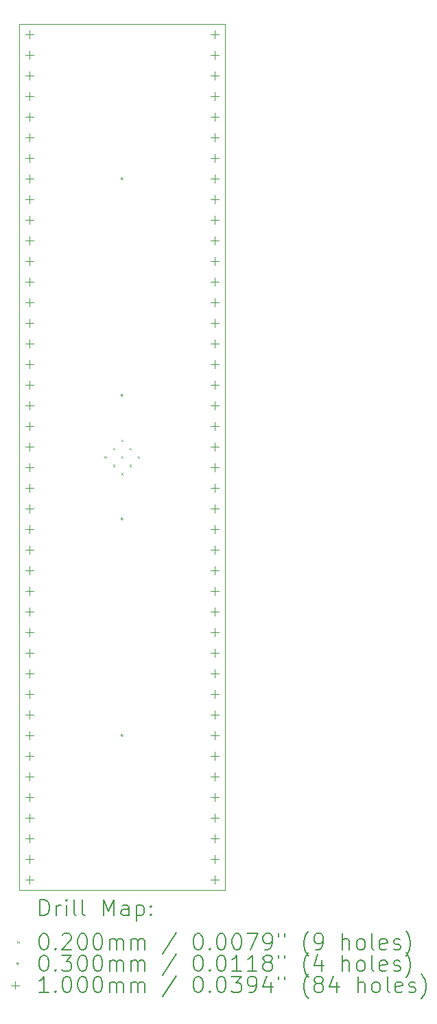
<source format=gbr>
%TF.GenerationSoftware,KiCad,Pcbnew,9.0.6*%
%TF.CreationDate,2026-01-07T12:33:42-06:00*%
%TF.ProjectId,QFN-80_10x10_P0.4,51464e2d-3830-45f3-9130-7831305f5030,rev?*%
%TF.SameCoordinates,Original*%
%TF.FileFunction,Drillmap*%
%TF.FilePolarity,Positive*%
%FSLAX45Y45*%
G04 Gerber Fmt 4.5, Leading zero omitted, Abs format (unit mm)*
G04 Created by KiCad (PCBNEW 9.0.6) date 2026-01-07 12:33:42*
%MOMM*%
%LPD*%
G01*
G04 APERTURE LIST*
%ADD10C,0.050000*%
%ADD11C,0.200000*%
%ADD12C,0.100000*%
G04 APERTURE END LIST*
D10*
X12573000Y-7493000D02*
X15113000Y-7493000D01*
X15113000Y-18161000D01*
X12573000Y-18161000D01*
X12573000Y-7493000D01*
D11*
D12*
X13627939Y-12817000D02*
X13647939Y-12837000D01*
X13647939Y-12817000D02*
X13627939Y-12837000D01*
X13730469Y-12714469D02*
X13750469Y-12734469D01*
X13750469Y-12714469D02*
X13730469Y-12734469D01*
X13730469Y-12919530D02*
X13750469Y-12939530D01*
X13750469Y-12919530D02*
X13730469Y-12939530D01*
X13833000Y-12611939D02*
X13853000Y-12631939D01*
X13853000Y-12611939D02*
X13833000Y-12631939D01*
X13833000Y-12817000D02*
X13853000Y-12837000D01*
X13853000Y-12817000D02*
X13833000Y-12837000D01*
X13833000Y-13022061D02*
X13853000Y-13042061D01*
X13853000Y-13022061D02*
X13833000Y-13042061D01*
X13935530Y-12714469D02*
X13955530Y-12734469D01*
X13955530Y-12714469D02*
X13935530Y-12734469D01*
X13935530Y-12919530D02*
X13955530Y-12939530D01*
X13955530Y-12919530D02*
X13935530Y-12939530D01*
X14038061Y-12817000D02*
X14058061Y-12837000D01*
X14058061Y-12817000D02*
X14038061Y-12837000D01*
X13858000Y-9398000D02*
G75*
G02*
X13828000Y-9398000I-15000J0D01*
G01*
X13828000Y-9398000D02*
G75*
G02*
X13858000Y-9398000I15000J0D01*
G01*
X13858000Y-12065000D02*
G75*
G02*
X13828000Y-12065000I-15000J0D01*
G01*
X13828000Y-12065000D02*
G75*
G02*
X13858000Y-12065000I15000J0D01*
G01*
X13858000Y-13589000D02*
G75*
G02*
X13828000Y-13589000I-15000J0D01*
G01*
X13828000Y-13589000D02*
G75*
G02*
X13858000Y-13589000I15000J0D01*
G01*
X13858000Y-16256000D02*
G75*
G02*
X13828000Y-16256000I-15000J0D01*
G01*
X13828000Y-16256000D02*
G75*
G02*
X13858000Y-16256000I15000J0D01*
G01*
X12700000Y-7570000D02*
X12700000Y-7670000D01*
X12650000Y-7620000D02*
X12750000Y-7620000D01*
X12700000Y-7824000D02*
X12700000Y-7924000D01*
X12650000Y-7874000D02*
X12750000Y-7874000D01*
X12700000Y-8078000D02*
X12700000Y-8178000D01*
X12650000Y-8128000D02*
X12750000Y-8128000D01*
X12700000Y-8332000D02*
X12700000Y-8432000D01*
X12650000Y-8382000D02*
X12750000Y-8382000D01*
X12700000Y-8586000D02*
X12700000Y-8686000D01*
X12650000Y-8636000D02*
X12750000Y-8636000D01*
X12700000Y-8840000D02*
X12700000Y-8940000D01*
X12650000Y-8890000D02*
X12750000Y-8890000D01*
X12700000Y-9094000D02*
X12700000Y-9194000D01*
X12650000Y-9144000D02*
X12750000Y-9144000D01*
X12700000Y-9348000D02*
X12700000Y-9448000D01*
X12650000Y-9398000D02*
X12750000Y-9398000D01*
X12700000Y-9602000D02*
X12700000Y-9702000D01*
X12650000Y-9652000D02*
X12750000Y-9652000D01*
X12700000Y-9856000D02*
X12700000Y-9956000D01*
X12650000Y-9906000D02*
X12750000Y-9906000D01*
X12700000Y-10110000D02*
X12700000Y-10210000D01*
X12650000Y-10160000D02*
X12750000Y-10160000D01*
X12700000Y-10364000D02*
X12700000Y-10464000D01*
X12650000Y-10414000D02*
X12750000Y-10414000D01*
X12700000Y-10618000D02*
X12700000Y-10718000D01*
X12650000Y-10668000D02*
X12750000Y-10668000D01*
X12700000Y-10872000D02*
X12700000Y-10972000D01*
X12650000Y-10922000D02*
X12750000Y-10922000D01*
X12700000Y-11126000D02*
X12700000Y-11226000D01*
X12650000Y-11176000D02*
X12750000Y-11176000D01*
X12700000Y-11380000D02*
X12700000Y-11480000D01*
X12650000Y-11430000D02*
X12750000Y-11430000D01*
X12700000Y-11634000D02*
X12700000Y-11734000D01*
X12650000Y-11684000D02*
X12750000Y-11684000D01*
X12700000Y-11888000D02*
X12700000Y-11988000D01*
X12650000Y-11938000D02*
X12750000Y-11938000D01*
X12700000Y-12142000D02*
X12700000Y-12242000D01*
X12650000Y-12192000D02*
X12750000Y-12192000D01*
X12700000Y-12396000D02*
X12700000Y-12496000D01*
X12650000Y-12446000D02*
X12750000Y-12446000D01*
X12700000Y-12650000D02*
X12700000Y-12750000D01*
X12650000Y-12700000D02*
X12750000Y-12700000D01*
X12700000Y-12904000D02*
X12700000Y-13004000D01*
X12650000Y-12954000D02*
X12750000Y-12954000D01*
X12700000Y-13158000D02*
X12700000Y-13258000D01*
X12650000Y-13208000D02*
X12750000Y-13208000D01*
X12700000Y-13412000D02*
X12700000Y-13512000D01*
X12650000Y-13462000D02*
X12750000Y-13462000D01*
X12700000Y-13666000D02*
X12700000Y-13766000D01*
X12650000Y-13716000D02*
X12750000Y-13716000D01*
X12700000Y-13920000D02*
X12700000Y-14020000D01*
X12650000Y-13970000D02*
X12750000Y-13970000D01*
X12700000Y-14174000D02*
X12700000Y-14274000D01*
X12650000Y-14224000D02*
X12750000Y-14224000D01*
X12700000Y-14428000D02*
X12700000Y-14528000D01*
X12650000Y-14478000D02*
X12750000Y-14478000D01*
X12700000Y-14682000D02*
X12700000Y-14782000D01*
X12650000Y-14732000D02*
X12750000Y-14732000D01*
X12700000Y-14936000D02*
X12700000Y-15036000D01*
X12650000Y-14986000D02*
X12750000Y-14986000D01*
X12700000Y-15190000D02*
X12700000Y-15290000D01*
X12650000Y-15240000D02*
X12750000Y-15240000D01*
X12700000Y-15444000D02*
X12700000Y-15544000D01*
X12650000Y-15494000D02*
X12750000Y-15494000D01*
X12700000Y-15698000D02*
X12700000Y-15798000D01*
X12650000Y-15748000D02*
X12750000Y-15748000D01*
X12700000Y-15952000D02*
X12700000Y-16052000D01*
X12650000Y-16002000D02*
X12750000Y-16002000D01*
X12700000Y-16206000D02*
X12700000Y-16306000D01*
X12650000Y-16256000D02*
X12750000Y-16256000D01*
X12700000Y-16460000D02*
X12700000Y-16560000D01*
X12650000Y-16510000D02*
X12750000Y-16510000D01*
X12700000Y-16714000D02*
X12700000Y-16814000D01*
X12650000Y-16764000D02*
X12750000Y-16764000D01*
X12700000Y-16968000D02*
X12700000Y-17068000D01*
X12650000Y-17018000D02*
X12750000Y-17018000D01*
X12700000Y-17222000D02*
X12700000Y-17322000D01*
X12650000Y-17272000D02*
X12750000Y-17272000D01*
X12700000Y-17476000D02*
X12700000Y-17576000D01*
X12650000Y-17526000D02*
X12750000Y-17526000D01*
X12700000Y-17730000D02*
X12700000Y-17830000D01*
X12650000Y-17780000D02*
X12750000Y-17780000D01*
X12700000Y-17984000D02*
X12700000Y-18084000D01*
X12650000Y-18034000D02*
X12750000Y-18034000D01*
X14986000Y-7570000D02*
X14986000Y-7670000D01*
X14936000Y-7620000D02*
X15036000Y-7620000D01*
X14986000Y-7824000D02*
X14986000Y-7924000D01*
X14936000Y-7874000D02*
X15036000Y-7874000D01*
X14986000Y-8078000D02*
X14986000Y-8178000D01*
X14936000Y-8128000D02*
X15036000Y-8128000D01*
X14986000Y-8332000D02*
X14986000Y-8432000D01*
X14936000Y-8382000D02*
X15036000Y-8382000D01*
X14986000Y-8586000D02*
X14986000Y-8686000D01*
X14936000Y-8636000D02*
X15036000Y-8636000D01*
X14986000Y-8840000D02*
X14986000Y-8940000D01*
X14936000Y-8890000D02*
X15036000Y-8890000D01*
X14986000Y-9094000D02*
X14986000Y-9194000D01*
X14936000Y-9144000D02*
X15036000Y-9144000D01*
X14986000Y-9348000D02*
X14986000Y-9448000D01*
X14936000Y-9398000D02*
X15036000Y-9398000D01*
X14986000Y-9602000D02*
X14986000Y-9702000D01*
X14936000Y-9652000D02*
X15036000Y-9652000D01*
X14986000Y-9856000D02*
X14986000Y-9956000D01*
X14936000Y-9906000D02*
X15036000Y-9906000D01*
X14986000Y-10110000D02*
X14986000Y-10210000D01*
X14936000Y-10160000D02*
X15036000Y-10160000D01*
X14986000Y-10364000D02*
X14986000Y-10464000D01*
X14936000Y-10414000D02*
X15036000Y-10414000D01*
X14986000Y-10618000D02*
X14986000Y-10718000D01*
X14936000Y-10668000D02*
X15036000Y-10668000D01*
X14986000Y-10872000D02*
X14986000Y-10972000D01*
X14936000Y-10922000D02*
X15036000Y-10922000D01*
X14986000Y-11126000D02*
X14986000Y-11226000D01*
X14936000Y-11176000D02*
X15036000Y-11176000D01*
X14986000Y-11380000D02*
X14986000Y-11480000D01*
X14936000Y-11430000D02*
X15036000Y-11430000D01*
X14986000Y-11634000D02*
X14986000Y-11734000D01*
X14936000Y-11684000D02*
X15036000Y-11684000D01*
X14986000Y-11888000D02*
X14986000Y-11988000D01*
X14936000Y-11938000D02*
X15036000Y-11938000D01*
X14986000Y-12142000D02*
X14986000Y-12242000D01*
X14936000Y-12192000D02*
X15036000Y-12192000D01*
X14986000Y-12396000D02*
X14986000Y-12496000D01*
X14936000Y-12446000D02*
X15036000Y-12446000D01*
X14986000Y-12650000D02*
X14986000Y-12750000D01*
X14936000Y-12700000D02*
X15036000Y-12700000D01*
X14986000Y-12904000D02*
X14986000Y-13004000D01*
X14936000Y-12954000D02*
X15036000Y-12954000D01*
X14986000Y-13158000D02*
X14986000Y-13258000D01*
X14936000Y-13208000D02*
X15036000Y-13208000D01*
X14986000Y-13412000D02*
X14986000Y-13512000D01*
X14936000Y-13462000D02*
X15036000Y-13462000D01*
X14986000Y-13666000D02*
X14986000Y-13766000D01*
X14936000Y-13716000D02*
X15036000Y-13716000D01*
X14986000Y-13920000D02*
X14986000Y-14020000D01*
X14936000Y-13970000D02*
X15036000Y-13970000D01*
X14986000Y-14174000D02*
X14986000Y-14274000D01*
X14936000Y-14224000D02*
X15036000Y-14224000D01*
X14986000Y-14428000D02*
X14986000Y-14528000D01*
X14936000Y-14478000D02*
X15036000Y-14478000D01*
X14986000Y-14682000D02*
X14986000Y-14782000D01*
X14936000Y-14732000D02*
X15036000Y-14732000D01*
X14986000Y-14936000D02*
X14986000Y-15036000D01*
X14936000Y-14986000D02*
X15036000Y-14986000D01*
X14986000Y-15190000D02*
X14986000Y-15290000D01*
X14936000Y-15240000D02*
X15036000Y-15240000D01*
X14986000Y-15444000D02*
X14986000Y-15544000D01*
X14936000Y-15494000D02*
X15036000Y-15494000D01*
X14986000Y-15698000D02*
X14986000Y-15798000D01*
X14936000Y-15748000D02*
X15036000Y-15748000D01*
X14986000Y-15952000D02*
X14986000Y-16052000D01*
X14936000Y-16002000D02*
X15036000Y-16002000D01*
X14986000Y-16206000D02*
X14986000Y-16306000D01*
X14936000Y-16256000D02*
X15036000Y-16256000D01*
X14986000Y-16460000D02*
X14986000Y-16560000D01*
X14936000Y-16510000D02*
X15036000Y-16510000D01*
X14986000Y-16714000D02*
X14986000Y-16814000D01*
X14936000Y-16764000D02*
X15036000Y-16764000D01*
X14986000Y-16968000D02*
X14986000Y-17068000D01*
X14936000Y-17018000D02*
X15036000Y-17018000D01*
X14986000Y-17222000D02*
X14986000Y-17322000D01*
X14936000Y-17272000D02*
X15036000Y-17272000D01*
X14986000Y-17476000D02*
X14986000Y-17576000D01*
X14936000Y-17526000D02*
X15036000Y-17526000D01*
X14986000Y-17730000D02*
X14986000Y-17830000D01*
X14936000Y-17780000D02*
X15036000Y-17780000D01*
X14986000Y-17984000D02*
X14986000Y-18084000D01*
X14936000Y-18034000D02*
X15036000Y-18034000D01*
D11*
X12831277Y-18474984D02*
X12831277Y-18274984D01*
X12831277Y-18274984D02*
X12878896Y-18274984D01*
X12878896Y-18274984D02*
X12907467Y-18284508D01*
X12907467Y-18284508D02*
X12926515Y-18303555D01*
X12926515Y-18303555D02*
X12936039Y-18322603D01*
X12936039Y-18322603D02*
X12945562Y-18360698D01*
X12945562Y-18360698D02*
X12945562Y-18389270D01*
X12945562Y-18389270D02*
X12936039Y-18427365D01*
X12936039Y-18427365D02*
X12926515Y-18446412D01*
X12926515Y-18446412D02*
X12907467Y-18465460D01*
X12907467Y-18465460D02*
X12878896Y-18474984D01*
X12878896Y-18474984D02*
X12831277Y-18474984D01*
X13031277Y-18474984D02*
X13031277Y-18341650D01*
X13031277Y-18379746D02*
X13040801Y-18360698D01*
X13040801Y-18360698D02*
X13050324Y-18351174D01*
X13050324Y-18351174D02*
X13069372Y-18341650D01*
X13069372Y-18341650D02*
X13088420Y-18341650D01*
X13155086Y-18474984D02*
X13155086Y-18341650D01*
X13155086Y-18274984D02*
X13145562Y-18284508D01*
X13145562Y-18284508D02*
X13155086Y-18294031D01*
X13155086Y-18294031D02*
X13164610Y-18284508D01*
X13164610Y-18284508D02*
X13155086Y-18274984D01*
X13155086Y-18274984D02*
X13155086Y-18294031D01*
X13278896Y-18474984D02*
X13259848Y-18465460D01*
X13259848Y-18465460D02*
X13250324Y-18446412D01*
X13250324Y-18446412D02*
X13250324Y-18274984D01*
X13383658Y-18474984D02*
X13364610Y-18465460D01*
X13364610Y-18465460D02*
X13355086Y-18446412D01*
X13355086Y-18446412D02*
X13355086Y-18274984D01*
X13612229Y-18474984D02*
X13612229Y-18274984D01*
X13612229Y-18274984D02*
X13678896Y-18417841D01*
X13678896Y-18417841D02*
X13745562Y-18274984D01*
X13745562Y-18274984D02*
X13745562Y-18474984D01*
X13926515Y-18474984D02*
X13926515Y-18370222D01*
X13926515Y-18370222D02*
X13916991Y-18351174D01*
X13916991Y-18351174D02*
X13897943Y-18341650D01*
X13897943Y-18341650D02*
X13859848Y-18341650D01*
X13859848Y-18341650D02*
X13840801Y-18351174D01*
X13926515Y-18465460D02*
X13907467Y-18474984D01*
X13907467Y-18474984D02*
X13859848Y-18474984D01*
X13859848Y-18474984D02*
X13840801Y-18465460D01*
X13840801Y-18465460D02*
X13831277Y-18446412D01*
X13831277Y-18446412D02*
X13831277Y-18427365D01*
X13831277Y-18427365D02*
X13840801Y-18408317D01*
X13840801Y-18408317D02*
X13859848Y-18398793D01*
X13859848Y-18398793D02*
X13907467Y-18398793D01*
X13907467Y-18398793D02*
X13926515Y-18389270D01*
X14021753Y-18341650D02*
X14021753Y-18541650D01*
X14021753Y-18351174D02*
X14040801Y-18341650D01*
X14040801Y-18341650D02*
X14078896Y-18341650D01*
X14078896Y-18341650D02*
X14097943Y-18351174D01*
X14097943Y-18351174D02*
X14107467Y-18360698D01*
X14107467Y-18360698D02*
X14116991Y-18379746D01*
X14116991Y-18379746D02*
X14116991Y-18436889D01*
X14116991Y-18436889D02*
X14107467Y-18455936D01*
X14107467Y-18455936D02*
X14097943Y-18465460D01*
X14097943Y-18465460D02*
X14078896Y-18474984D01*
X14078896Y-18474984D02*
X14040801Y-18474984D01*
X14040801Y-18474984D02*
X14021753Y-18465460D01*
X14202705Y-18455936D02*
X14212229Y-18465460D01*
X14212229Y-18465460D02*
X14202705Y-18474984D01*
X14202705Y-18474984D02*
X14193182Y-18465460D01*
X14193182Y-18465460D02*
X14202705Y-18455936D01*
X14202705Y-18455936D02*
X14202705Y-18474984D01*
X14202705Y-18351174D02*
X14212229Y-18360698D01*
X14212229Y-18360698D02*
X14202705Y-18370222D01*
X14202705Y-18370222D02*
X14193182Y-18360698D01*
X14193182Y-18360698D02*
X14202705Y-18351174D01*
X14202705Y-18351174D02*
X14202705Y-18370222D01*
D12*
X12550500Y-18793500D02*
X12570500Y-18813500D01*
X12570500Y-18793500D02*
X12550500Y-18813500D01*
D11*
X12869372Y-18694984D02*
X12888420Y-18694984D01*
X12888420Y-18694984D02*
X12907467Y-18704508D01*
X12907467Y-18704508D02*
X12916991Y-18714031D01*
X12916991Y-18714031D02*
X12926515Y-18733079D01*
X12926515Y-18733079D02*
X12936039Y-18771174D01*
X12936039Y-18771174D02*
X12936039Y-18818793D01*
X12936039Y-18818793D02*
X12926515Y-18856889D01*
X12926515Y-18856889D02*
X12916991Y-18875936D01*
X12916991Y-18875936D02*
X12907467Y-18885460D01*
X12907467Y-18885460D02*
X12888420Y-18894984D01*
X12888420Y-18894984D02*
X12869372Y-18894984D01*
X12869372Y-18894984D02*
X12850324Y-18885460D01*
X12850324Y-18885460D02*
X12840801Y-18875936D01*
X12840801Y-18875936D02*
X12831277Y-18856889D01*
X12831277Y-18856889D02*
X12821753Y-18818793D01*
X12821753Y-18818793D02*
X12821753Y-18771174D01*
X12821753Y-18771174D02*
X12831277Y-18733079D01*
X12831277Y-18733079D02*
X12840801Y-18714031D01*
X12840801Y-18714031D02*
X12850324Y-18704508D01*
X12850324Y-18704508D02*
X12869372Y-18694984D01*
X13021753Y-18875936D02*
X13031277Y-18885460D01*
X13031277Y-18885460D02*
X13021753Y-18894984D01*
X13021753Y-18894984D02*
X13012229Y-18885460D01*
X13012229Y-18885460D02*
X13021753Y-18875936D01*
X13021753Y-18875936D02*
X13021753Y-18894984D01*
X13107467Y-18714031D02*
X13116991Y-18704508D01*
X13116991Y-18704508D02*
X13136039Y-18694984D01*
X13136039Y-18694984D02*
X13183658Y-18694984D01*
X13183658Y-18694984D02*
X13202705Y-18704508D01*
X13202705Y-18704508D02*
X13212229Y-18714031D01*
X13212229Y-18714031D02*
X13221753Y-18733079D01*
X13221753Y-18733079D02*
X13221753Y-18752127D01*
X13221753Y-18752127D02*
X13212229Y-18780698D01*
X13212229Y-18780698D02*
X13097943Y-18894984D01*
X13097943Y-18894984D02*
X13221753Y-18894984D01*
X13345562Y-18694984D02*
X13364610Y-18694984D01*
X13364610Y-18694984D02*
X13383658Y-18704508D01*
X13383658Y-18704508D02*
X13393182Y-18714031D01*
X13393182Y-18714031D02*
X13402705Y-18733079D01*
X13402705Y-18733079D02*
X13412229Y-18771174D01*
X13412229Y-18771174D02*
X13412229Y-18818793D01*
X13412229Y-18818793D02*
X13402705Y-18856889D01*
X13402705Y-18856889D02*
X13393182Y-18875936D01*
X13393182Y-18875936D02*
X13383658Y-18885460D01*
X13383658Y-18885460D02*
X13364610Y-18894984D01*
X13364610Y-18894984D02*
X13345562Y-18894984D01*
X13345562Y-18894984D02*
X13326515Y-18885460D01*
X13326515Y-18885460D02*
X13316991Y-18875936D01*
X13316991Y-18875936D02*
X13307467Y-18856889D01*
X13307467Y-18856889D02*
X13297943Y-18818793D01*
X13297943Y-18818793D02*
X13297943Y-18771174D01*
X13297943Y-18771174D02*
X13307467Y-18733079D01*
X13307467Y-18733079D02*
X13316991Y-18714031D01*
X13316991Y-18714031D02*
X13326515Y-18704508D01*
X13326515Y-18704508D02*
X13345562Y-18694984D01*
X13536039Y-18694984D02*
X13555086Y-18694984D01*
X13555086Y-18694984D02*
X13574134Y-18704508D01*
X13574134Y-18704508D02*
X13583658Y-18714031D01*
X13583658Y-18714031D02*
X13593182Y-18733079D01*
X13593182Y-18733079D02*
X13602705Y-18771174D01*
X13602705Y-18771174D02*
X13602705Y-18818793D01*
X13602705Y-18818793D02*
X13593182Y-18856889D01*
X13593182Y-18856889D02*
X13583658Y-18875936D01*
X13583658Y-18875936D02*
X13574134Y-18885460D01*
X13574134Y-18885460D02*
X13555086Y-18894984D01*
X13555086Y-18894984D02*
X13536039Y-18894984D01*
X13536039Y-18894984D02*
X13516991Y-18885460D01*
X13516991Y-18885460D02*
X13507467Y-18875936D01*
X13507467Y-18875936D02*
X13497943Y-18856889D01*
X13497943Y-18856889D02*
X13488420Y-18818793D01*
X13488420Y-18818793D02*
X13488420Y-18771174D01*
X13488420Y-18771174D02*
X13497943Y-18733079D01*
X13497943Y-18733079D02*
X13507467Y-18714031D01*
X13507467Y-18714031D02*
X13516991Y-18704508D01*
X13516991Y-18704508D02*
X13536039Y-18694984D01*
X13688420Y-18894984D02*
X13688420Y-18761650D01*
X13688420Y-18780698D02*
X13697943Y-18771174D01*
X13697943Y-18771174D02*
X13716991Y-18761650D01*
X13716991Y-18761650D02*
X13745563Y-18761650D01*
X13745563Y-18761650D02*
X13764610Y-18771174D01*
X13764610Y-18771174D02*
X13774134Y-18790222D01*
X13774134Y-18790222D02*
X13774134Y-18894984D01*
X13774134Y-18790222D02*
X13783658Y-18771174D01*
X13783658Y-18771174D02*
X13802705Y-18761650D01*
X13802705Y-18761650D02*
X13831277Y-18761650D01*
X13831277Y-18761650D02*
X13850324Y-18771174D01*
X13850324Y-18771174D02*
X13859848Y-18790222D01*
X13859848Y-18790222D02*
X13859848Y-18894984D01*
X13955086Y-18894984D02*
X13955086Y-18761650D01*
X13955086Y-18780698D02*
X13964610Y-18771174D01*
X13964610Y-18771174D02*
X13983658Y-18761650D01*
X13983658Y-18761650D02*
X14012229Y-18761650D01*
X14012229Y-18761650D02*
X14031277Y-18771174D01*
X14031277Y-18771174D02*
X14040801Y-18790222D01*
X14040801Y-18790222D02*
X14040801Y-18894984D01*
X14040801Y-18790222D02*
X14050324Y-18771174D01*
X14050324Y-18771174D02*
X14069372Y-18761650D01*
X14069372Y-18761650D02*
X14097943Y-18761650D01*
X14097943Y-18761650D02*
X14116991Y-18771174D01*
X14116991Y-18771174D02*
X14126515Y-18790222D01*
X14126515Y-18790222D02*
X14126515Y-18894984D01*
X14516991Y-18685460D02*
X14345563Y-18942603D01*
X14774134Y-18694984D02*
X14793182Y-18694984D01*
X14793182Y-18694984D02*
X14812229Y-18704508D01*
X14812229Y-18704508D02*
X14821753Y-18714031D01*
X14821753Y-18714031D02*
X14831277Y-18733079D01*
X14831277Y-18733079D02*
X14840801Y-18771174D01*
X14840801Y-18771174D02*
X14840801Y-18818793D01*
X14840801Y-18818793D02*
X14831277Y-18856889D01*
X14831277Y-18856889D02*
X14821753Y-18875936D01*
X14821753Y-18875936D02*
X14812229Y-18885460D01*
X14812229Y-18885460D02*
X14793182Y-18894984D01*
X14793182Y-18894984D02*
X14774134Y-18894984D01*
X14774134Y-18894984D02*
X14755086Y-18885460D01*
X14755086Y-18885460D02*
X14745563Y-18875936D01*
X14745563Y-18875936D02*
X14736039Y-18856889D01*
X14736039Y-18856889D02*
X14726515Y-18818793D01*
X14726515Y-18818793D02*
X14726515Y-18771174D01*
X14726515Y-18771174D02*
X14736039Y-18733079D01*
X14736039Y-18733079D02*
X14745563Y-18714031D01*
X14745563Y-18714031D02*
X14755086Y-18704508D01*
X14755086Y-18704508D02*
X14774134Y-18694984D01*
X14926515Y-18875936D02*
X14936039Y-18885460D01*
X14936039Y-18885460D02*
X14926515Y-18894984D01*
X14926515Y-18894984D02*
X14916991Y-18885460D01*
X14916991Y-18885460D02*
X14926515Y-18875936D01*
X14926515Y-18875936D02*
X14926515Y-18894984D01*
X15059848Y-18694984D02*
X15078896Y-18694984D01*
X15078896Y-18694984D02*
X15097944Y-18704508D01*
X15097944Y-18704508D02*
X15107467Y-18714031D01*
X15107467Y-18714031D02*
X15116991Y-18733079D01*
X15116991Y-18733079D02*
X15126515Y-18771174D01*
X15126515Y-18771174D02*
X15126515Y-18818793D01*
X15126515Y-18818793D02*
X15116991Y-18856889D01*
X15116991Y-18856889D02*
X15107467Y-18875936D01*
X15107467Y-18875936D02*
X15097944Y-18885460D01*
X15097944Y-18885460D02*
X15078896Y-18894984D01*
X15078896Y-18894984D02*
X15059848Y-18894984D01*
X15059848Y-18894984D02*
X15040801Y-18885460D01*
X15040801Y-18885460D02*
X15031277Y-18875936D01*
X15031277Y-18875936D02*
X15021753Y-18856889D01*
X15021753Y-18856889D02*
X15012229Y-18818793D01*
X15012229Y-18818793D02*
X15012229Y-18771174D01*
X15012229Y-18771174D02*
X15021753Y-18733079D01*
X15021753Y-18733079D02*
X15031277Y-18714031D01*
X15031277Y-18714031D02*
X15040801Y-18704508D01*
X15040801Y-18704508D02*
X15059848Y-18694984D01*
X15250325Y-18694984D02*
X15269372Y-18694984D01*
X15269372Y-18694984D02*
X15288420Y-18704508D01*
X15288420Y-18704508D02*
X15297944Y-18714031D01*
X15297944Y-18714031D02*
X15307467Y-18733079D01*
X15307467Y-18733079D02*
X15316991Y-18771174D01*
X15316991Y-18771174D02*
X15316991Y-18818793D01*
X15316991Y-18818793D02*
X15307467Y-18856889D01*
X15307467Y-18856889D02*
X15297944Y-18875936D01*
X15297944Y-18875936D02*
X15288420Y-18885460D01*
X15288420Y-18885460D02*
X15269372Y-18894984D01*
X15269372Y-18894984D02*
X15250325Y-18894984D01*
X15250325Y-18894984D02*
X15231277Y-18885460D01*
X15231277Y-18885460D02*
X15221753Y-18875936D01*
X15221753Y-18875936D02*
X15212229Y-18856889D01*
X15212229Y-18856889D02*
X15202706Y-18818793D01*
X15202706Y-18818793D02*
X15202706Y-18771174D01*
X15202706Y-18771174D02*
X15212229Y-18733079D01*
X15212229Y-18733079D02*
X15221753Y-18714031D01*
X15221753Y-18714031D02*
X15231277Y-18704508D01*
X15231277Y-18704508D02*
X15250325Y-18694984D01*
X15383658Y-18694984D02*
X15516991Y-18694984D01*
X15516991Y-18694984D02*
X15431277Y-18894984D01*
X15602706Y-18894984D02*
X15640801Y-18894984D01*
X15640801Y-18894984D02*
X15659848Y-18885460D01*
X15659848Y-18885460D02*
X15669372Y-18875936D01*
X15669372Y-18875936D02*
X15688420Y-18847365D01*
X15688420Y-18847365D02*
X15697944Y-18809270D01*
X15697944Y-18809270D02*
X15697944Y-18733079D01*
X15697944Y-18733079D02*
X15688420Y-18714031D01*
X15688420Y-18714031D02*
X15678896Y-18704508D01*
X15678896Y-18704508D02*
X15659848Y-18694984D01*
X15659848Y-18694984D02*
X15621753Y-18694984D01*
X15621753Y-18694984D02*
X15602706Y-18704508D01*
X15602706Y-18704508D02*
X15593182Y-18714031D01*
X15593182Y-18714031D02*
X15583658Y-18733079D01*
X15583658Y-18733079D02*
X15583658Y-18780698D01*
X15583658Y-18780698D02*
X15593182Y-18799746D01*
X15593182Y-18799746D02*
X15602706Y-18809270D01*
X15602706Y-18809270D02*
X15621753Y-18818793D01*
X15621753Y-18818793D02*
X15659848Y-18818793D01*
X15659848Y-18818793D02*
X15678896Y-18809270D01*
X15678896Y-18809270D02*
X15688420Y-18799746D01*
X15688420Y-18799746D02*
X15697944Y-18780698D01*
X15774134Y-18694984D02*
X15774134Y-18733079D01*
X15850325Y-18694984D02*
X15850325Y-18733079D01*
X16145563Y-18971174D02*
X16136039Y-18961650D01*
X16136039Y-18961650D02*
X16116991Y-18933079D01*
X16116991Y-18933079D02*
X16107468Y-18914031D01*
X16107468Y-18914031D02*
X16097944Y-18885460D01*
X16097944Y-18885460D02*
X16088420Y-18837841D01*
X16088420Y-18837841D02*
X16088420Y-18799746D01*
X16088420Y-18799746D02*
X16097944Y-18752127D01*
X16097944Y-18752127D02*
X16107468Y-18723555D01*
X16107468Y-18723555D02*
X16116991Y-18704508D01*
X16116991Y-18704508D02*
X16136039Y-18675936D01*
X16136039Y-18675936D02*
X16145563Y-18666412D01*
X16231277Y-18894984D02*
X16269372Y-18894984D01*
X16269372Y-18894984D02*
X16288420Y-18885460D01*
X16288420Y-18885460D02*
X16297944Y-18875936D01*
X16297944Y-18875936D02*
X16316991Y-18847365D01*
X16316991Y-18847365D02*
X16326515Y-18809270D01*
X16326515Y-18809270D02*
X16326515Y-18733079D01*
X16326515Y-18733079D02*
X16316991Y-18714031D01*
X16316991Y-18714031D02*
X16307468Y-18704508D01*
X16307468Y-18704508D02*
X16288420Y-18694984D01*
X16288420Y-18694984D02*
X16250325Y-18694984D01*
X16250325Y-18694984D02*
X16231277Y-18704508D01*
X16231277Y-18704508D02*
X16221753Y-18714031D01*
X16221753Y-18714031D02*
X16212229Y-18733079D01*
X16212229Y-18733079D02*
X16212229Y-18780698D01*
X16212229Y-18780698D02*
X16221753Y-18799746D01*
X16221753Y-18799746D02*
X16231277Y-18809270D01*
X16231277Y-18809270D02*
X16250325Y-18818793D01*
X16250325Y-18818793D02*
X16288420Y-18818793D01*
X16288420Y-18818793D02*
X16307468Y-18809270D01*
X16307468Y-18809270D02*
X16316991Y-18799746D01*
X16316991Y-18799746D02*
X16326515Y-18780698D01*
X16564610Y-18894984D02*
X16564610Y-18694984D01*
X16650325Y-18894984D02*
X16650325Y-18790222D01*
X16650325Y-18790222D02*
X16640801Y-18771174D01*
X16640801Y-18771174D02*
X16621753Y-18761650D01*
X16621753Y-18761650D02*
X16593182Y-18761650D01*
X16593182Y-18761650D02*
X16574134Y-18771174D01*
X16574134Y-18771174D02*
X16564610Y-18780698D01*
X16774134Y-18894984D02*
X16755087Y-18885460D01*
X16755087Y-18885460D02*
X16745563Y-18875936D01*
X16745563Y-18875936D02*
X16736039Y-18856889D01*
X16736039Y-18856889D02*
X16736039Y-18799746D01*
X16736039Y-18799746D02*
X16745563Y-18780698D01*
X16745563Y-18780698D02*
X16755087Y-18771174D01*
X16755087Y-18771174D02*
X16774134Y-18761650D01*
X16774134Y-18761650D02*
X16802706Y-18761650D01*
X16802706Y-18761650D02*
X16821753Y-18771174D01*
X16821753Y-18771174D02*
X16831277Y-18780698D01*
X16831277Y-18780698D02*
X16840801Y-18799746D01*
X16840801Y-18799746D02*
X16840801Y-18856889D01*
X16840801Y-18856889D02*
X16831277Y-18875936D01*
X16831277Y-18875936D02*
X16821753Y-18885460D01*
X16821753Y-18885460D02*
X16802706Y-18894984D01*
X16802706Y-18894984D02*
X16774134Y-18894984D01*
X16955087Y-18894984D02*
X16936039Y-18885460D01*
X16936039Y-18885460D02*
X16926515Y-18866412D01*
X16926515Y-18866412D02*
X16926515Y-18694984D01*
X17107468Y-18885460D02*
X17088420Y-18894984D01*
X17088420Y-18894984D02*
X17050325Y-18894984D01*
X17050325Y-18894984D02*
X17031277Y-18885460D01*
X17031277Y-18885460D02*
X17021753Y-18866412D01*
X17021753Y-18866412D02*
X17021753Y-18790222D01*
X17021753Y-18790222D02*
X17031277Y-18771174D01*
X17031277Y-18771174D02*
X17050325Y-18761650D01*
X17050325Y-18761650D02*
X17088420Y-18761650D01*
X17088420Y-18761650D02*
X17107468Y-18771174D01*
X17107468Y-18771174D02*
X17116992Y-18790222D01*
X17116992Y-18790222D02*
X17116992Y-18809270D01*
X17116992Y-18809270D02*
X17021753Y-18828317D01*
X17193182Y-18885460D02*
X17212230Y-18894984D01*
X17212230Y-18894984D02*
X17250325Y-18894984D01*
X17250325Y-18894984D02*
X17269373Y-18885460D01*
X17269373Y-18885460D02*
X17278896Y-18866412D01*
X17278896Y-18866412D02*
X17278896Y-18856889D01*
X17278896Y-18856889D02*
X17269373Y-18837841D01*
X17269373Y-18837841D02*
X17250325Y-18828317D01*
X17250325Y-18828317D02*
X17221753Y-18828317D01*
X17221753Y-18828317D02*
X17202706Y-18818793D01*
X17202706Y-18818793D02*
X17193182Y-18799746D01*
X17193182Y-18799746D02*
X17193182Y-18790222D01*
X17193182Y-18790222D02*
X17202706Y-18771174D01*
X17202706Y-18771174D02*
X17221753Y-18761650D01*
X17221753Y-18761650D02*
X17250325Y-18761650D01*
X17250325Y-18761650D02*
X17269373Y-18771174D01*
X17345563Y-18971174D02*
X17355087Y-18961650D01*
X17355087Y-18961650D02*
X17374134Y-18933079D01*
X17374134Y-18933079D02*
X17383658Y-18914031D01*
X17383658Y-18914031D02*
X17393182Y-18885460D01*
X17393182Y-18885460D02*
X17402706Y-18837841D01*
X17402706Y-18837841D02*
X17402706Y-18799746D01*
X17402706Y-18799746D02*
X17393182Y-18752127D01*
X17393182Y-18752127D02*
X17383658Y-18723555D01*
X17383658Y-18723555D02*
X17374134Y-18704508D01*
X17374134Y-18704508D02*
X17355087Y-18675936D01*
X17355087Y-18675936D02*
X17345563Y-18666412D01*
D12*
X12570500Y-19067500D02*
G75*
G02*
X12540500Y-19067500I-15000J0D01*
G01*
X12540500Y-19067500D02*
G75*
G02*
X12570500Y-19067500I15000J0D01*
G01*
D11*
X12869372Y-18958984D02*
X12888420Y-18958984D01*
X12888420Y-18958984D02*
X12907467Y-18968508D01*
X12907467Y-18968508D02*
X12916991Y-18978031D01*
X12916991Y-18978031D02*
X12926515Y-18997079D01*
X12926515Y-18997079D02*
X12936039Y-19035174D01*
X12936039Y-19035174D02*
X12936039Y-19082793D01*
X12936039Y-19082793D02*
X12926515Y-19120889D01*
X12926515Y-19120889D02*
X12916991Y-19139936D01*
X12916991Y-19139936D02*
X12907467Y-19149460D01*
X12907467Y-19149460D02*
X12888420Y-19158984D01*
X12888420Y-19158984D02*
X12869372Y-19158984D01*
X12869372Y-19158984D02*
X12850324Y-19149460D01*
X12850324Y-19149460D02*
X12840801Y-19139936D01*
X12840801Y-19139936D02*
X12831277Y-19120889D01*
X12831277Y-19120889D02*
X12821753Y-19082793D01*
X12821753Y-19082793D02*
X12821753Y-19035174D01*
X12821753Y-19035174D02*
X12831277Y-18997079D01*
X12831277Y-18997079D02*
X12840801Y-18978031D01*
X12840801Y-18978031D02*
X12850324Y-18968508D01*
X12850324Y-18968508D02*
X12869372Y-18958984D01*
X13021753Y-19139936D02*
X13031277Y-19149460D01*
X13031277Y-19149460D02*
X13021753Y-19158984D01*
X13021753Y-19158984D02*
X13012229Y-19149460D01*
X13012229Y-19149460D02*
X13021753Y-19139936D01*
X13021753Y-19139936D02*
X13021753Y-19158984D01*
X13097943Y-18958984D02*
X13221753Y-18958984D01*
X13221753Y-18958984D02*
X13155086Y-19035174D01*
X13155086Y-19035174D02*
X13183658Y-19035174D01*
X13183658Y-19035174D02*
X13202705Y-19044698D01*
X13202705Y-19044698D02*
X13212229Y-19054222D01*
X13212229Y-19054222D02*
X13221753Y-19073270D01*
X13221753Y-19073270D02*
X13221753Y-19120889D01*
X13221753Y-19120889D02*
X13212229Y-19139936D01*
X13212229Y-19139936D02*
X13202705Y-19149460D01*
X13202705Y-19149460D02*
X13183658Y-19158984D01*
X13183658Y-19158984D02*
X13126515Y-19158984D01*
X13126515Y-19158984D02*
X13107467Y-19149460D01*
X13107467Y-19149460D02*
X13097943Y-19139936D01*
X13345562Y-18958984D02*
X13364610Y-18958984D01*
X13364610Y-18958984D02*
X13383658Y-18968508D01*
X13383658Y-18968508D02*
X13393182Y-18978031D01*
X13393182Y-18978031D02*
X13402705Y-18997079D01*
X13402705Y-18997079D02*
X13412229Y-19035174D01*
X13412229Y-19035174D02*
X13412229Y-19082793D01*
X13412229Y-19082793D02*
X13402705Y-19120889D01*
X13402705Y-19120889D02*
X13393182Y-19139936D01*
X13393182Y-19139936D02*
X13383658Y-19149460D01*
X13383658Y-19149460D02*
X13364610Y-19158984D01*
X13364610Y-19158984D02*
X13345562Y-19158984D01*
X13345562Y-19158984D02*
X13326515Y-19149460D01*
X13326515Y-19149460D02*
X13316991Y-19139936D01*
X13316991Y-19139936D02*
X13307467Y-19120889D01*
X13307467Y-19120889D02*
X13297943Y-19082793D01*
X13297943Y-19082793D02*
X13297943Y-19035174D01*
X13297943Y-19035174D02*
X13307467Y-18997079D01*
X13307467Y-18997079D02*
X13316991Y-18978031D01*
X13316991Y-18978031D02*
X13326515Y-18968508D01*
X13326515Y-18968508D02*
X13345562Y-18958984D01*
X13536039Y-18958984D02*
X13555086Y-18958984D01*
X13555086Y-18958984D02*
X13574134Y-18968508D01*
X13574134Y-18968508D02*
X13583658Y-18978031D01*
X13583658Y-18978031D02*
X13593182Y-18997079D01*
X13593182Y-18997079D02*
X13602705Y-19035174D01*
X13602705Y-19035174D02*
X13602705Y-19082793D01*
X13602705Y-19082793D02*
X13593182Y-19120889D01*
X13593182Y-19120889D02*
X13583658Y-19139936D01*
X13583658Y-19139936D02*
X13574134Y-19149460D01*
X13574134Y-19149460D02*
X13555086Y-19158984D01*
X13555086Y-19158984D02*
X13536039Y-19158984D01*
X13536039Y-19158984D02*
X13516991Y-19149460D01*
X13516991Y-19149460D02*
X13507467Y-19139936D01*
X13507467Y-19139936D02*
X13497943Y-19120889D01*
X13497943Y-19120889D02*
X13488420Y-19082793D01*
X13488420Y-19082793D02*
X13488420Y-19035174D01*
X13488420Y-19035174D02*
X13497943Y-18997079D01*
X13497943Y-18997079D02*
X13507467Y-18978031D01*
X13507467Y-18978031D02*
X13516991Y-18968508D01*
X13516991Y-18968508D02*
X13536039Y-18958984D01*
X13688420Y-19158984D02*
X13688420Y-19025650D01*
X13688420Y-19044698D02*
X13697943Y-19035174D01*
X13697943Y-19035174D02*
X13716991Y-19025650D01*
X13716991Y-19025650D02*
X13745563Y-19025650D01*
X13745563Y-19025650D02*
X13764610Y-19035174D01*
X13764610Y-19035174D02*
X13774134Y-19054222D01*
X13774134Y-19054222D02*
X13774134Y-19158984D01*
X13774134Y-19054222D02*
X13783658Y-19035174D01*
X13783658Y-19035174D02*
X13802705Y-19025650D01*
X13802705Y-19025650D02*
X13831277Y-19025650D01*
X13831277Y-19025650D02*
X13850324Y-19035174D01*
X13850324Y-19035174D02*
X13859848Y-19054222D01*
X13859848Y-19054222D02*
X13859848Y-19158984D01*
X13955086Y-19158984D02*
X13955086Y-19025650D01*
X13955086Y-19044698D02*
X13964610Y-19035174D01*
X13964610Y-19035174D02*
X13983658Y-19025650D01*
X13983658Y-19025650D02*
X14012229Y-19025650D01*
X14012229Y-19025650D02*
X14031277Y-19035174D01*
X14031277Y-19035174D02*
X14040801Y-19054222D01*
X14040801Y-19054222D02*
X14040801Y-19158984D01*
X14040801Y-19054222D02*
X14050324Y-19035174D01*
X14050324Y-19035174D02*
X14069372Y-19025650D01*
X14069372Y-19025650D02*
X14097943Y-19025650D01*
X14097943Y-19025650D02*
X14116991Y-19035174D01*
X14116991Y-19035174D02*
X14126515Y-19054222D01*
X14126515Y-19054222D02*
X14126515Y-19158984D01*
X14516991Y-18949460D02*
X14345563Y-19206603D01*
X14774134Y-18958984D02*
X14793182Y-18958984D01*
X14793182Y-18958984D02*
X14812229Y-18968508D01*
X14812229Y-18968508D02*
X14821753Y-18978031D01*
X14821753Y-18978031D02*
X14831277Y-18997079D01*
X14831277Y-18997079D02*
X14840801Y-19035174D01*
X14840801Y-19035174D02*
X14840801Y-19082793D01*
X14840801Y-19082793D02*
X14831277Y-19120889D01*
X14831277Y-19120889D02*
X14821753Y-19139936D01*
X14821753Y-19139936D02*
X14812229Y-19149460D01*
X14812229Y-19149460D02*
X14793182Y-19158984D01*
X14793182Y-19158984D02*
X14774134Y-19158984D01*
X14774134Y-19158984D02*
X14755086Y-19149460D01*
X14755086Y-19149460D02*
X14745563Y-19139936D01*
X14745563Y-19139936D02*
X14736039Y-19120889D01*
X14736039Y-19120889D02*
X14726515Y-19082793D01*
X14726515Y-19082793D02*
X14726515Y-19035174D01*
X14726515Y-19035174D02*
X14736039Y-18997079D01*
X14736039Y-18997079D02*
X14745563Y-18978031D01*
X14745563Y-18978031D02*
X14755086Y-18968508D01*
X14755086Y-18968508D02*
X14774134Y-18958984D01*
X14926515Y-19139936D02*
X14936039Y-19149460D01*
X14936039Y-19149460D02*
X14926515Y-19158984D01*
X14926515Y-19158984D02*
X14916991Y-19149460D01*
X14916991Y-19149460D02*
X14926515Y-19139936D01*
X14926515Y-19139936D02*
X14926515Y-19158984D01*
X15059848Y-18958984D02*
X15078896Y-18958984D01*
X15078896Y-18958984D02*
X15097944Y-18968508D01*
X15097944Y-18968508D02*
X15107467Y-18978031D01*
X15107467Y-18978031D02*
X15116991Y-18997079D01*
X15116991Y-18997079D02*
X15126515Y-19035174D01*
X15126515Y-19035174D02*
X15126515Y-19082793D01*
X15126515Y-19082793D02*
X15116991Y-19120889D01*
X15116991Y-19120889D02*
X15107467Y-19139936D01*
X15107467Y-19139936D02*
X15097944Y-19149460D01*
X15097944Y-19149460D02*
X15078896Y-19158984D01*
X15078896Y-19158984D02*
X15059848Y-19158984D01*
X15059848Y-19158984D02*
X15040801Y-19149460D01*
X15040801Y-19149460D02*
X15031277Y-19139936D01*
X15031277Y-19139936D02*
X15021753Y-19120889D01*
X15021753Y-19120889D02*
X15012229Y-19082793D01*
X15012229Y-19082793D02*
X15012229Y-19035174D01*
X15012229Y-19035174D02*
X15021753Y-18997079D01*
X15021753Y-18997079D02*
X15031277Y-18978031D01*
X15031277Y-18978031D02*
X15040801Y-18968508D01*
X15040801Y-18968508D02*
X15059848Y-18958984D01*
X15316991Y-19158984D02*
X15202706Y-19158984D01*
X15259848Y-19158984D02*
X15259848Y-18958984D01*
X15259848Y-18958984D02*
X15240801Y-18987555D01*
X15240801Y-18987555D02*
X15221753Y-19006603D01*
X15221753Y-19006603D02*
X15202706Y-19016127D01*
X15507467Y-19158984D02*
X15393182Y-19158984D01*
X15450325Y-19158984D02*
X15450325Y-18958984D01*
X15450325Y-18958984D02*
X15431277Y-18987555D01*
X15431277Y-18987555D02*
X15412229Y-19006603D01*
X15412229Y-19006603D02*
X15393182Y-19016127D01*
X15621753Y-19044698D02*
X15602706Y-19035174D01*
X15602706Y-19035174D02*
X15593182Y-19025650D01*
X15593182Y-19025650D02*
X15583658Y-19006603D01*
X15583658Y-19006603D02*
X15583658Y-18997079D01*
X15583658Y-18997079D02*
X15593182Y-18978031D01*
X15593182Y-18978031D02*
X15602706Y-18968508D01*
X15602706Y-18968508D02*
X15621753Y-18958984D01*
X15621753Y-18958984D02*
X15659848Y-18958984D01*
X15659848Y-18958984D02*
X15678896Y-18968508D01*
X15678896Y-18968508D02*
X15688420Y-18978031D01*
X15688420Y-18978031D02*
X15697944Y-18997079D01*
X15697944Y-18997079D02*
X15697944Y-19006603D01*
X15697944Y-19006603D02*
X15688420Y-19025650D01*
X15688420Y-19025650D02*
X15678896Y-19035174D01*
X15678896Y-19035174D02*
X15659848Y-19044698D01*
X15659848Y-19044698D02*
X15621753Y-19044698D01*
X15621753Y-19044698D02*
X15602706Y-19054222D01*
X15602706Y-19054222D02*
X15593182Y-19063746D01*
X15593182Y-19063746D02*
X15583658Y-19082793D01*
X15583658Y-19082793D02*
X15583658Y-19120889D01*
X15583658Y-19120889D02*
X15593182Y-19139936D01*
X15593182Y-19139936D02*
X15602706Y-19149460D01*
X15602706Y-19149460D02*
X15621753Y-19158984D01*
X15621753Y-19158984D02*
X15659848Y-19158984D01*
X15659848Y-19158984D02*
X15678896Y-19149460D01*
X15678896Y-19149460D02*
X15688420Y-19139936D01*
X15688420Y-19139936D02*
X15697944Y-19120889D01*
X15697944Y-19120889D02*
X15697944Y-19082793D01*
X15697944Y-19082793D02*
X15688420Y-19063746D01*
X15688420Y-19063746D02*
X15678896Y-19054222D01*
X15678896Y-19054222D02*
X15659848Y-19044698D01*
X15774134Y-18958984D02*
X15774134Y-18997079D01*
X15850325Y-18958984D02*
X15850325Y-18997079D01*
X16145563Y-19235174D02*
X16136039Y-19225650D01*
X16136039Y-19225650D02*
X16116991Y-19197079D01*
X16116991Y-19197079D02*
X16107468Y-19178031D01*
X16107468Y-19178031D02*
X16097944Y-19149460D01*
X16097944Y-19149460D02*
X16088420Y-19101841D01*
X16088420Y-19101841D02*
X16088420Y-19063746D01*
X16088420Y-19063746D02*
X16097944Y-19016127D01*
X16097944Y-19016127D02*
X16107468Y-18987555D01*
X16107468Y-18987555D02*
X16116991Y-18968508D01*
X16116991Y-18968508D02*
X16136039Y-18939936D01*
X16136039Y-18939936D02*
X16145563Y-18930412D01*
X16307468Y-19025650D02*
X16307468Y-19158984D01*
X16259848Y-18949460D02*
X16212229Y-19092317D01*
X16212229Y-19092317D02*
X16336039Y-19092317D01*
X16564610Y-19158984D02*
X16564610Y-18958984D01*
X16650325Y-19158984D02*
X16650325Y-19054222D01*
X16650325Y-19054222D02*
X16640801Y-19035174D01*
X16640801Y-19035174D02*
X16621753Y-19025650D01*
X16621753Y-19025650D02*
X16593182Y-19025650D01*
X16593182Y-19025650D02*
X16574134Y-19035174D01*
X16574134Y-19035174D02*
X16564610Y-19044698D01*
X16774134Y-19158984D02*
X16755087Y-19149460D01*
X16755087Y-19149460D02*
X16745563Y-19139936D01*
X16745563Y-19139936D02*
X16736039Y-19120889D01*
X16736039Y-19120889D02*
X16736039Y-19063746D01*
X16736039Y-19063746D02*
X16745563Y-19044698D01*
X16745563Y-19044698D02*
X16755087Y-19035174D01*
X16755087Y-19035174D02*
X16774134Y-19025650D01*
X16774134Y-19025650D02*
X16802706Y-19025650D01*
X16802706Y-19025650D02*
X16821753Y-19035174D01*
X16821753Y-19035174D02*
X16831277Y-19044698D01*
X16831277Y-19044698D02*
X16840801Y-19063746D01*
X16840801Y-19063746D02*
X16840801Y-19120889D01*
X16840801Y-19120889D02*
X16831277Y-19139936D01*
X16831277Y-19139936D02*
X16821753Y-19149460D01*
X16821753Y-19149460D02*
X16802706Y-19158984D01*
X16802706Y-19158984D02*
X16774134Y-19158984D01*
X16955087Y-19158984D02*
X16936039Y-19149460D01*
X16936039Y-19149460D02*
X16926515Y-19130412D01*
X16926515Y-19130412D02*
X16926515Y-18958984D01*
X17107468Y-19149460D02*
X17088420Y-19158984D01*
X17088420Y-19158984D02*
X17050325Y-19158984D01*
X17050325Y-19158984D02*
X17031277Y-19149460D01*
X17031277Y-19149460D02*
X17021753Y-19130412D01*
X17021753Y-19130412D02*
X17021753Y-19054222D01*
X17021753Y-19054222D02*
X17031277Y-19035174D01*
X17031277Y-19035174D02*
X17050325Y-19025650D01*
X17050325Y-19025650D02*
X17088420Y-19025650D01*
X17088420Y-19025650D02*
X17107468Y-19035174D01*
X17107468Y-19035174D02*
X17116992Y-19054222D01*
X17116992Y-19054222D02*
X17116992Y-19073270D01*
X17116992Y-19073270D02*
X17021753Y-19092317D01*
X17193182Y-19149460D02*
X17212230Y-19158984D01*
X17212230Y-19158984D02*
X17250325Y-19158984D01*
X17250325Y-19158984D02*
X17269373Y-19149460D01*
X17269373Y-19149460D02*
X17278896Y-19130412D01*
X17278896Y-19130412D02*
X17278896Y-19120889D01*
X17278896Y-19120889D02*
X17269373Y-19101841D01*
X17269373Y-19101841D02*
X17250325Y-19092317D01*
X17250325Y-19092317D02*
X17221753Y-19092317D01*
X17221753Y-19092317D02*
X17202706Y-19082793D01*
X17202706Y-19082793D02*
X17193182Y-19063746D01*
X17193182Y-19063746D02*
X17193182Y-19054222D01*
X17193182Y-19054222D02*
X17202706Y-19035174D01*
X17202706Y-19035174D02*
X17221753Y-19025650D01*
X17221753Y-19025650D02*
X17250325Y-19025650D01*
X17250325Y-19025650D02*
X17269373Y-19035174D01*
X17345563Y-19235174D02*
X17355087Y-19225650D01*
X17355087Y-19225650D02*
X17374134Y-19197079D01*
X17374134Y-19197079D02*
X17383658Y-19178031D01*
X17383658Y-19178031D02*
X17393182Y-19149460D01*
X17393182Y-19149460D02*
X17402706Y-19101841D01*
X17402706Y-19101841D02*
X17402706Y-19063746D01*
X17402706Y-19063746D02*
X17393182Y-19016127D01*
X17393182Y-19016127D02*
X17383658Y-18987555D01*
X17383658Y-18987555D02*
X17374134Y-18968508D01*
X17374134Y-18968508D02*
X17355087Y-18939936D01*
X17355087Y-18939936D02*
X17345563Y-18930412D01*
D12*
X12520500Y-19281500D02*
X12520500Y-19381500D01*
X12470500Y-19331500D02*
X12570500Y-19331500D01*
D11*
X12936039Y-19422984D02*
X12821753Y-19422984D01*
X12878896Y-19422984D02*
X12878896Y-19222984D01*
X12878896Y-19222984D02*
X12859848Y-19251555D01*
X12859848Y-19251555D02*
X12840801Y-19270603D01*
X12840801Y-19270603D02*
X12821753Y-19280127D01*
X13021753Y-19403936D02*
X13031277Y-19413460D01*
X13031277Y-19413460D02*
X13021753Y-19422984D01*
X13021753Y-19422984D02*
X13012229Y-19413460D01*
X13012229Y-19413460D02*
X13021753Y-19403936D01*
X13021753Y-19403936D02*
X13021753Y-19422984D01*
X13155086Y-19222984D02*
X13174134Y-19222984D01*
X13174134Y-19222984D02*
X13193182Y-19232508D01*
X13193182Y-19232508D02*
X13202705Y-19242031D01*
X13202705Y-19242031D02*
X13212229Y-19261079D01*
X13212229Y-19261079D02*
X13221753Y-19299174D01*
X13221753Y-19299174D02*
X13221753Y-19346793D01*
X13221753Y-19346793D02*
X13212229Y-19384889D01*
X13212229Y-19384889D02*
X13202705Y-19403936D01*
X13202705Y-19403936D02*
X13193182Y-19413460D01*
X13193182Y-19413460D02*
X13174134Y-19422984D01*
X13174134Y-19422984D02*
X13155086Y-19422984D01*
X13155086Y-19422984D02*
X13136039Y-19413460D01*
X13136039Y-19413460D02*
X13126515Y-19403936D01*
X13126515Y-19403936D02*
X13116991Y-19384889D01*
X13116991Y-19384889D02*
X13107467Y-19346793D01*
X13107467Y-19346793D02*
X13107467Y-19299174D01*
X13107467Y-19299174D02*
X13116991Y-19261079D01*
X13116991Y-19261079D02*
X13126515Y-19242031D01*
X13126515Y-19242031D02*
X13136039Y-19232508D01*
X13136039Y-19232508D02*
X13155086Y-19222984D01*
X13345562Y-19222984D02*
X13364610Y-19222984D01*
X13364610Y-19222984D02*
X13383658Y-19232508D01*
X13383658Y-19232508D02*
X13393182Y-19242031D01*
X13393182Y-19242031D02*
X13402705Y-19261079D01*
X13402705Y-19261079D02*
X13412229Y-19299174D01*
X13412229Y-19299174D02*
X13412229Y-19346793D01*
X13412229Y-19346793D02*
X13402705Y-19384889D01*
X13402705Y-19384889D02*
X13393182Y-19403936D01*
X13393182Y-19403936D02*
X13383658Y-19413460D01*
X13383658Y-19413460D02*
X13364610Y-19422984D01*
X13364610Y-19422984D02*
X13345562Y-19422984D01*
X13345562Y-19422984D02*
X13326515Y-19413460D01*
X13326515Y-19413460D02*
X13316991Y-19403936D01*
X13316991Y-19403936D02*
X13307467Y-19384889D01*
X13307467Y-19384889D02*
X13297943Y-19346793D01*
X13297943Y-19346793D02*
X13297943Y-19299174D01*
X13297943Y-19299174D02*
X13307467Y-19261079D01*
X13307467Y-19261079D02*
X13316991Y-19242031D01*
X13316991Y-19242031D02*
X13326515Y-19232508D01*
X13326515Y-19232508D02*
X13345562Y-19222984D01*
X13536039Y-19222984D02*
X13555086Y-19222984D01*
X13555086Y-19222984D02*
X13574134Y-19232508D01*
X13574134Y-19232508D02*
X13583658Y-19242031D01*
X13583658Y-19242031D02*
X13593182Y-19261079D01*
X13593182Y-19261079D02*
X13602705Y-19299174D01*
X13602705Y-19299174D02*
X13602705Y-19346793D01*
X13602705Y-19346793D02*
X13593182Y-19384889D01*
X13593182Y-19384889D02*
X13583658Y-19403936D01*
X13583658Y-19403936D02*
X13574134Y-19413460D01*
X13574134Y-19413460D02*
X13555086Y-19422984D01*
X13555086Y-19422984D02*
X13536039Y-19422984D01*
X13536039Y-19422984D02*
X13516991Y-19413460D01*
X13516991Y-19413460D02*
X13507467Y-19403936D01*
X13507467Y-19403936D02*
X13497943Y-19384889D01*
X13497943Y-19384889D02*
X13488420Y-19346793D01*
X13488420Y-19346793D02*
X13488420Y-19299174D01*
X13488420Y-19299174D02*
X13497943Y-19261079D01*
X13497943Y-19261079D02*
X13507467Y-19242031D01*
X13507467Y-19242031D02*
X13516991Y-19232508D01*
X13516991Y-19232508D02*
X13536039Y-19222984D01*
X13688420Y-19422984D02*
X13688420Y-19289650D01*
X13688420Y-19308698D02*
X13697943Y-19299174D01*
X13697943Y-19299174D02*
X13716991Y-19289650D01*
X13716991Y-19289650D02*
X13745563Y-19289650D01*
X13745563Y-19289650D02*
X13764610Y-19299174D01*
X13764610Y-19299174D02*
X13774134Y-19318222D01*
X13774134Y-19318222D02*
X13774134Y-19422984D01*
X13774134Y-19318222D02*
X13783658Y-19299174D01*
X13783658Y-19299174D02*
X13802705Y-19289650D01*
X13802705Y-19289650D02*
X13831277Y-19289650D01*
X13831277Y-19289650D02*
X13850324Y-19299174D01*
X13850324Y-19299174D02*
X13859848Y-19318222D01*
X13859848Y-19318222D02*
X13859848Y-19422984D01*
X13955086Y-19422984D02*
X13955086Y-19289650D01*
X13955086Y-19308698D02*
X13964610Y-19299174D01*
X13964610Y-19299174D02*
X13983658Y-19289650D01*
X13983658Y-19289650D02*
X14012229Y-19289650D01*
X14012229Y-19289650D02*
X14031277Y-19299174D01*
X14031277Y-19299174D02*
X14040801Y-19318222D01*
X14040801Y-19318222D02*
X14040801Y-19422984D01*
X14040801Y-19318222D02*
X14050324Y-19299174D01*
X14050324Y-19299174D02*
X14069372Y-19289650D01*
X14069372Y-19289650D02*
X14097943Y-19289650D01*
X14097943Y-19289650D02*
X14116991Y-19299174D01*
X14116991Y-19299174D02*
X14126515Y-19318222D01*
X14126515Y-19318222D02*
X14126515Y-19422984D01*
X14516991Y-19213460D02*
X14345563Y-19470603D01*
X14774134Y-19222984D02*
X14793182Y-19222984D01*
X14793182Y-19222984D02*
X14812229Y-19232508D01*
X14812229Y-19232508D02*
X14821753Y-19242031D01*
X14821753Y-19242031D02*
X14831277Y-19261079D01*
X14831277Y-19261079D02*
X14840801Y-19299174D01*
X14840801Y-19299174D02*
X14840801Y-19346793D01*
X14840801Y-19346793D02*
X14831277Y-19384889D01*
X14831277Y-19384889D02*
X14821753Y-19403936D01*
X14821753Y-19403936D02*
X14812229Y-19413460D01*
X14812229Y-19413460D02*
X14793182Y-19422984D01*
X14793182Y-19422984D02*
X14774134Y-19422984D01*
X14774134Y-19422984D02*
X14755086Y-19413460D01*
X14755086Y-19413460D02*
X14745563Y-19403936D01*
X14745563Y-19403936D02*
X14736039Y-19384889D01*
X14736039Y-19384889D02*
X14726515Y-19346793D01*
X14726515Y-19346793D02*
X14726515Y-19299174D01*
X14726515Y-19299174D02*
X14736039Y-19261079D01*
X14736039Y-19261079D02*
X14745563Y-19242031D01*
X14745563Y-19242031D02*
X14755086Y-19232508D01*
X14755086Y-19232508D02*
X14774134Y-19222984D01*
X14926515Y-19403936D02*
X14936039Y-19413460D01*
X14936039Y-19413460D02*
X14926515Y-19422984D01*
X14926515Y-19422984D02*
X14916991Y-19413460D01*
X14916991Y-19413460D02*
X14926515Y-19403936D01*
X14926515Y-19403936D02*
X14926515Y-19422984D01*
X15059848Y-19222984D02*
X15078896Y-19222984D01*
X15078896Y-19222984D02*
X15097944Y-19232508D01*
X15097944Y-19232508D02*
X15107467Y-19242031D01*
X15107467Y-19242031D02*
X15116991Y-19261079D01*
X15116991Y-19261079D02*
X15126515Y-19299174D01*
X15126515Y-19299174D02*
X15126515Y-19346793D01*
X15126515Y-19346793D02*
X15116991Y-19384889D01*
X15116991Y-19384889D02*
X15107467Y-19403936D01*
X15107467Y-19403936D02*
X15097944Y-19413460D01*
X15097944Y-19413460D02*
X15078896Y-19422984D01*
X15078896Y-19422984D02*
X15059848Y-19422984D01*
X15059848Y-19422984D02*
X15040801Y-19413460D01*
X15040801Y-19413460D02*
X15031277Y-19403936D01*
X15031277Y-19403936D02*
X15021753Y-19384889D01*
X15021753Y-19384889D02*
X15012229Y-19346793D01*
X15012229Y-19346793D02*
X15012229Y-19299174D01*
X15012229Y-19299174D02*
X15021753Y-19261079D01*
X15021753Y-19261079D02*
X15031277Y-19242031D01*
X15031277Y-19242031D02*
X15040801Y-19232508D01*
X15040801Y-19232508D02*
X15059848Y-19222984D01*
X15193182Y-19222984D02*
X15316991Y-19222984D01*
X15316991Y-19222984D02*
X15250325Y-19299174D01*
X15250325Y-19299174D02*
X15278896Y-19299174D01*
X15278896Y-19299174D02*
X15297944Y-19308698D01*
X15297944Y-19308698D02*
X15307467Y-19318222D01*
X15307467Y-19318222D02*
X15316991Y-19337270D01*
X15316991Y-19337270D02*
X15316991Y-19384889D01*
X15316991Y-19384889D02*
X15307467Y-19403936D01*
X15307467Y-19403936D02*
X15297944Y-19413460D01*
X15297944Y-19413460D02*
X15278896Y-19422984D01*
X15278896Y-19422984D02*
X15221753Y-19422984D01*
X15221753Y-19422984D02*
X15202706Y-19413460D01*
X15202706Y-19413460D02*
X15193182Y-19403936D01*
X15412229Y-19422984D02*
X15450325Y-19422984D01*
X15450325Y-19422984D02*
X15469372Y-19413460D01*
X15469372Y-19413460D02*
X15478896Y-19403936D01*
X15478896Y-19403936D02*
X15497944Y-19375365D01*
X15497944Y-19375365D02*
X15507467Y-19337270D01*
X15507467Y-19337270D02*
X15507467Y-19261079D01*
X15507467Y-19261079D02*
X15497944Y-19242031D01*
X15497944Y-19242031D02*
X15488420Y-19232508D01*
X15488420Y-19232508D02*
X15469372Y-19222984D01*
X15469372Y-19222984D02*
X15431277Y-19222984D01*
X15431277Y-19222984D02*
X15412229Y-19232508D01*
X15412229Y-19232508D02*
X15402706Y-19242031D01*
X15402706Y-19242031D02*
X15393182Y-19261079D01*
X15393182Y-19261079D02*
X15393182Y-19308698D01*
X15393182Y-19308698D02*
X15402706Y-19327746D01*
X15402706Y-19327746D02*
X15412229Y-19337270D01*
X15412229Y-19337270D02*
X15431277Y-19346793D01*
X15431277Y-19346793D02*
X15469372Y-19346793D01*
X15469372Y-19346793D02*
X15488420Y-19337270D01*
X15488420Y-19337270D02*
X15497944Y-19327746D01*
X15497944Y-19327746D02*
X15507467Y-19308698D01*
X15678896Y-19289650D02*
X15678896Y-19422984D01*
X15631277Y-19213460D02*
X15583658Y-19356317D01*
X15583658Y-19356317D02*
X15707467Y-19356317D01*
X15774134Y-19222984D02*
X15774134Y-19261079D01*
X15850325Y-19222984D02*
X15850325Y-19261079D01*
X16145563Y-19499174D02*
X16136039Y-19489650D01*
X16136039Y-19489650D02*
X16116991Y-19461079D01*
X16116991Y-19461079D02*
X16107468Y-19442031D01*
X16107468Y-19442031D02*
X16097944Y-19413460D01*
X16097944Y-19413460D02*
X16088420Y-19365841D01*
X16088420Y-19365841D02*
X16088420Y-19327746D01*
X16088420Y-19327746D02*
X16097944Y-19280127D01*
X16097944Y-19280127D02*
X16107468Y-19251555D01*
X16107468Y-19251555D02*
X16116991Y-19232508D01*
X16116991Y-19232508D02*
X16136039Y-19203936D01*
X16136039Y-19203936D02*
X16145563Y-19194412D01*
X16250325Y-19308698D02*
X16231277Y-19299174D01*
X16231277Y-19299174D02*
X16221753Y-19289650D01*
X16221753Y-19289650D02*
X16212229Y-19270603D01*
X16212229Y-19270603D02*
X16212229Y-19261079D01*
X16212229Y-19261079D02*
X16221753Y-19242031D01*
X16221753Y-19242031D02*
X16231277Y-19232508D01*
X16231277Y-19232508D02*
X16250325Y-19222984D01*
X16250325Y-19222984D02*
X16288420Y-19222984D01*
X16288420Y-19222984D02*
X16307468Y-19232508D01*
X16307468Y-19232508D02*
X16316991Y-19242031D01*
X16316991Y-19242031D02*
X16326515Y-19261079D01*
X16326515Y-19261079D02*
X16326515Y-19270603D01*
X16326515Y-19270603D02*
X16316991Y-19289650D01*
X16316991Y-19289650D02*
X16307468Y-19299174D01*
X16307468Y-19299174D02*
X16288420Y-19308698D01*
X16288420Y-19308698D02*
X16250325Y-19308698D01*
X16250325Y-19308698D02*
X16231277Y-19318222D01*
X16231277Y-19318222D02*
X16221753Y-19327746D01*
X16221753Y-19327746D02*
X16212229Y-19346793D01*
X16212229Y-19346793D02*
X16212229Y-19384889D01*
X16212229Y-19384889D02*
X16221753Y-19403936D01*
X16221753Y-19403936D02*
X16231277Y-19413460D01*
X16231277Y-19413460D02*
X16250325Y-19422984D01*
X16250325Y-19422984D02*
X16288420Y-19422984D01*
X16288420Y-19422984D02*
X16307468Y-19413460D01*
X16307468Y-19413460D02*
X16316991Y-19403936D01*
X16316991Y-19403936D02*
X16326515Y-19384889D01*
X16326515Y-19384889D02*
X16326515Y-19346793D01*
X16326515Y-19346793D02*
X16316991Y-19327746D01*
X16316991Y-19327746D02*
X16307468Y-19318222D01*
X16307468Y-19318222D02*
X16288420Y-19308698D01*
X16497944Y-19289650D02*
X16497944Y-19422984D01*
X16450325Y-19213460D02*
X16402706Y-19356317D01*
X16402706Y-19356317D02*
X16526515Y-19356317D01*
X16755087Y-19422984D02*
X16755087Y-19222984D01*
X16840801Y-19422984D02*
X16840801Y-19318222D01*
X16840801Y-19318222D02*
X16831277Y-19299174D01*
X16831277Y-19299174D02*
X16812230Y-19289650D01*
X16812230Y-19289650D02*
X16783658Y-19289650D01*
X16783658Y-19289650D02*
X16764610Y-19299174D01*
X16764610Y-19299174D02*
X16755087Y-19308698D01*
X16964611Y-19422984D02*
X16945563Y-19413460D01*
X16945563Y-19413460D02*
X16936039Y-19403936D01*
X16936039Y-19403936D02*
X16926515Y-19384889D01*
X16926515Y-19384889D02*
X16926515Y-19327746D01*
X16926515Y-19327746D02*
X16936039Y-19308698D01*
X16936039Y-19308698D02*
X16945563Y-19299174D01*
X16945563Y-19299174D02*
X16964611Y-19289650D01*
X16964611Y-19289650D02*
X16993182Y-19289650D01*
X16993182Y-19289650D02*
X17012230Y-19299174D01*
X17012230Y-19299174D02*
X17021753Y-19308698D01*
X17021753Y-19308698D02*
X17031277Y-19327746D01*
X17031277Y-19327746D02*
X17031277Y-19384889D01*
X17031277Y-19384889D02*
X17021753Y-19403936D01*
X17021753Y-19403936D02*
X17012230Y-19413460D01*
X17012230Y-19413460D02*
X16993182Y-19422984D01*
X16993182Y-19422984D02*
X16964611Y-19422984D01*
X17145563Y-19422984D02*
X17126515Y-19413460D01*
X17126515Y-19413460D02*
X17116992Y-19394412D01*
X17116992Y-19394412D02*
X17116992Y-19222984D01*
X17297944Y-19413460D02*
X17278896Y-19422984D01*
X17278896Y-19422984D02*
X17240801Y-19422984D01*
X17240801Y-19422984D02*
X17221753Y-19413460D01*
X17221753Y-19413460D02*
X17212230Y-19394412D01*
X17212230Y-19394412D02*
X17212230Y-19318222D01*
X17212230Y-19318222D02*
X17221753Y-19299174D01*
X17221753Y-19299174D02*
X17240801Y-19289650D01*
X17240801Y-19289650D02*
X17278896Y-19289650D01*
X17278896Y-19289650D02*
X17297944Y-19299174D01*
X17297944Y-19299174D02*
X17307468Y-19318222D01*
X17307468Y-19318222D02*
X17307468Y-19337270D01*
X17307468Y-19337270D02*
X17212230Y-19356317D01*
X17383658Y-19413460D02*
X17402706Y-19422984D01*
X17402706Y-19422984D02*
X17440801Y-19422984D01*
X17440801Y-19422984D02*
X17459849Y-19413460D01*
X17459849Y-19413460D02*
X17469373Y-19394412D01*
X17469373Y-19394412D02*
X17469373Y-19384889D01*
X17469373Y-19384889D02*
X17459849Y-19365841D01*
X17459849Y-19365841D02*
X17440801Y-19356317D01*
X17440801Y-19356317D02*
X17412230Y-19356317D01*
X17412230Y-19356317D02*
X17393182Y-19346793D01*
X17393182Y-19346793D02*
X17383658Y-19327746D01*
X17383658Y-19327746D02*
X17383658Y-19318222D01*
X17383658Y-19318222D02*
X17393182Y-19299174D01*
X17393182Y-19299174D02*
X17412230Y-19289650D01*
X17412230Y-19289650D02*
X17440801Y-19289650D01*
X17440801Y-19289650D02*
X17459849Y-19299174D01*
X17536039Y-19499174D02*
X17545563Y-19489650D01*
X17545563Y-19489650D02*
X17564611Y-19461079D01*
X17564611Y-19461079D02*
X17574134Y-19442031D01*
X17574134Y-19442031D02*
X17583658Y-19413460D01*
X17583658Y-19413460D02*
X17593182Y-19365841D01*
X17593182Y-19365841D02*
X17593182Y-19327746D01*
X17593182Y-19327746D02*
X17583658Y-19280127D01*
X17583658Y-19280127D02*
X17574134Y-19251555D01*
X17574134Y-19251555D02*
X17564611Y-19232508D01*
X17564611Y-19232508D02*
X17545563Y-19203936D01*
X17545563Y-19203936D02*
X17536039Y-19194412D01*
M02*

</source>
